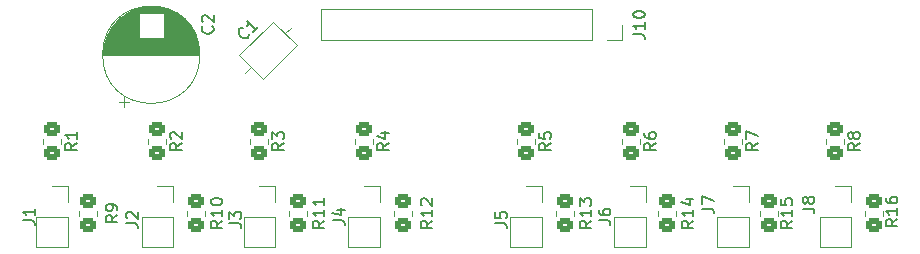
<source format=gbr>
%TF.GenerationSoftware,KiCad,Pcbnew,6.0.7-f9a2dced07~116~ubuntu20.04.1*%
%TF.CreationDate,2022-08-10T10:50:10-04:00*%
%TF.ProjectId,sensor_gnuiiium,73656e73-6f72-45f6-976e-75696969756d,rev?*%
%TF.SameCoordinates,Original*%
%TF.FileFunction,Legend,Top*%
%TF.FilePolarity,Positive*%
%FSLAX46Y46*%
G04 Gerber Fmt 4.6, Leading zero omitted, Abs format (unit mm)*
G04 Created by KiCad (PCBNEW 6.0.7-f9a2dced07~116~ubuntu20.04.1) date 2022-08-10 10:50:10*
%MOMM*%
%LPD*%
G01*
G04 APERTURE LIST*
G04 Aperture macros list*
%AMRoundRect*
0 Rectangle with rounded corners*
0 $1 Rounding radius*
0 $2 $3 $4 $5 $6 $7 $8 $9 X,Y pos of 4 corners*
0 Add a 4 corners polygon primitive as box body*
4,1,4,$2,$3,$4,$5,$6,$7,$8,$9,$2,$3,0*
0 Add four circle primitives for the rounded corners*
1,1,$1+$1,$2,$3*
1,1,$1+$1,$4,$5*
1,1,$1+$1,$6,$7*
1,1,$1+$1,$8,$9*
0 Add four rect primitives between the rounded corners*
20,1,$1+$1,$2,$3,$4,$5,0*
20,1,$1+$1,$4,$5,$6,$7,0*
20,1,$1+$1,$6,$7,$8,$9,0*
20,1,$1+$1,$8,$9,$2,$3,0*%
%AMHorizOval*
0 Thick line with rounded ends*
0 $1 width*
0 $2 $3 position (X,Y) of the first rounded end (center of the circle)*
0 $4 $5 position (X,Y) of the second rounded end (center of the circle)*
0 Add line between two ends*
20,1,$1,$2,$3,$4,$5,0*
0 Add two circle primitives to create the rounded ends*
1,1,$1,$2,$3*
1,1,$1,$4,$5*%
G04 Aperture macros list end*
%ADD10C,0.150000*%
%ADD11C,0.120000*%
%ADD12RoundRect,0.250000X0.450000X-0.350000X0.450000X0.350000X-0.450000X0.350000X-0.450000X-0.350000X0*%
%ADD13RoundRect,0.250000X-0.450000X0.350000X-0.450000X-0.350000X0.450000X-0.350000X0.450000X0.350000X0*%
%ADD14C,1.600000*%
%ADD15HorizOval,1.600000X0.000000X0.000000X0.000000X0.000000X0*%
%ADD16C,1.500000*%
%ADD17R,1.700000X1.700000*%
%ADD18O,1.700000X1.700000*%
%ADD19C,3.200000*%
%ADD20R,1.600000X1.600000*%
G04 APERTURE END LIST*
D10*
%TO.C,R16*%
X216606380Y-109964457D02*
X216130190Y-110297790D01*
X216606380Y-110535885D02*
X215606380Y-110535885D01*
X215606380Y-110154933D01*
X215654000Y-110059695D01*
X215701619Y-110012076D01*
X215796857Y-109964457D01*
X215939714Y-109964457D01*
X216034952Y-110012076D01*
X216082571Y-110059695D01*
X216130190Y-110154933D01*
X216130190Y-110535885D01*
X216606380Y-109012076D02*
X216606380Y-109583504D01*
X216606380Y-109297790D02*
X215606380Y-109297790D01*
X215749238Y-109393028D01*
X215844476Y-109488266D01*
X215892095Y-109583504D01*
X215606380Y-108154933D02*
X215606380Y-108345409D01*
X215654000Y-108440647D01*
X215701619Y-108488266D01*
X215844476Y-108583504D01*
X216034952Y-108631123D01*
X216415904Y-108631123D01*
X216511142Y-108583504D01*
X216558761Y-108535885D01*
X216606380Y-108440647D01*
X216606380Y-108250171D01*
X216558761Y-108154933D01*
X216511142Y-108107314D01*
X216415904Y-108059695D01*
X216177809Y-108059695D01*
X216082571Y-108107314D01*
X216034952Y-108154933D01*
X215987333Y-108250171D01*
X215987333Y-108440647D01*
X216034952Y-108535885D01*
X216082571Y-108583504D01*
X216177809Y-108631123D01*
%TO.C,R15*%
X207716380Y-110116857D02*
X207240190Y-110450190D01*
X207716380Y-110688285D02*
X206716380Y-110688285D01*
X206716380Y-110307333D01*
X206764000Y-110212095D01*
X206811619Y-110164476D01*
X206906857Y-110116857D01*
X207049714Y-110116857D01*
X207144952Y-110164476D01*
X207192571Y-110212095D01*
X207240190Y-110307333D01*
X207240190Y-110688285D01*
X207716380Y-109164476D02*
X207716380Y-109735904D01*
X207716380Y-109450190D02*
X206716380Y-109450190D01*
X206859238Y-109545428D01*
X206954476Y-109640666D01*
X207002095Y-109735904D01*
X206716380Y-108259714D02*
X206716380Y-108735904D01*
X207192571Y-108783523D01*
X207144952Y-108735904D01*
X207097333Y-108640666D01*
X207097333Y-108402571D01*
X207144952Y-108307333D01*
X207192571Y-108259714D01*
X207287809Y-108212095D01*
X207525904Y-108212095D01*
X207621142Y-108259714D01*
X207668761Y-108307333D01*
X207716380Y-108402571D01*
X207716380Y-108640666D01*
X207668761Y-108735904D01*
X207621142Y-108783523D01*
%TO.C,R14*%
X199334380Y-110116857D02*
X198858190Y-110450190D01*
X199334380Y-110688285D02*
X198334380Y-110688285D01*
X198334380Y-110307333D01*
X198382000Y-110212095D01*
X198429619Y-110164476D01*
X198524857Y-110116857D01*
X198667714Y-110116857D01*
X198762952Y-110164476D01*
X198810571Y-110212095D01*
X198858190Y-110307333D01*
X198858190Y-110688285D01*
X199334380Y-109164476D02*
X199334380Y-109735904D01*
X199334380Y-109450190D02*
X198334380Y-109450190D01*
X198477238Y-109545428D01*
X198572476Y-109640666D01*
X198620095Y-109735904D01*
X198667714Y-108307333D02*
X199334380Y-108307333D01*
X198286761Y-108545428D02*
X199001047Y-108783523D01*
X199001047Y-108164476D01*
%TO.C,R13*%
X190698380Y-110116857D02*
X190222190Y-110450190D01*
X190698380Y-110688285D02*
X189698380Y-110688285D01*
X189698380Y-110307333D01*
X189746000Y-110212095D01*
X189793619Y-110164476D01*
X189888857Y-110116857D01*
X190031714Y-110116857D01*
X190126952Y-110164476D01*
X190174571Y-110212095D01*
X190222190Y-110307333D01*
X190222190Y-110688285D01*
X190698380Y-109164476D02*
X190698380Y-109735904D01*
X190698380Y-109450190D02*
X189698380Y-109450190D01*
X189841238Y-109545428D01*
X189936476Y-109640666D01*
X189984095Y-109735904D01*
X189698380Y-108831142D02*
X189698380Y-108212095D01*
X190079333Y-108545428D01*
X190079333Y-108402571D01*
X190126952Y-108307333D01*
X190174571Y-108259714D01*
X190269809Y-108212095D01*
X190507904Y-108212095D01*
X190603142Y-108259714D01*
X190650761Y-108307333D01*
X190698380Y-108402571D01*
X190698380Y-108688285D01*
X190650761Y-108783523D01*
X190603142Y-108831142D01*
%TO.C,R12*%
X177236380Y-110116857D02*
X176760190Y-110450190D01*
X177236380Y-110688285D02*
X176236380Y-110688285D01*
X176236380Y-110307333D01*
X176284000Y-110212095D01*
X176331619Y-110164476D01*
X176426857Y-110116857D01*
X176569714Y-110116857D01*
X176664952Y-110164476D01*
X176712571Y-110212095D01*
X176760190Y-110307333D01*
X176760190Y-110688285D01*
X177236380Y-109164476D02*
X177236380Y-109735904D01*
X177236380Y-109450190D02*
X176236380Y-109450190D01*
X176379238Y-109545428D01*
X176474476Y-109640666D01*
X176522095Y-109735904D01*
X176331619Y-108783523D02*
X176284000Y-108735904D01*
X176236380Y-108640666D01*
X176236380Y-108402571D01*
X176284000Y-108307333D01*
X176331619Y-108259714D01*
X176426857Y-108212095D01*
X176522095Y-108212095D01*
X176664952Y-108259714D01*
X177236380Y-108831142D01*
X177236380Y-108212095D01*
%TO.C,R11*%
X168092380Y-110116857D02*
X167616190Y-110450190D01*
X168092380Y-110688285D02*
X167092380Y-110688285D01*
X167092380Y-110307333D01*
X167140000Y-110212095D01*
X167187619Y-110164476D01*
X167282857Y-110116857D01*
X167425714Y-110116857D01*
X167520952Y-110164476D01*
X167568571Y-110212095D01*
X167616190Y-110307333D01*
X167616190Y-110688285D01*
X168092380Y-109164476D02*
X168092380Y-109735904D01*
X168092380Y-109450190D02*
X167092380Y-109450190D01*
X167235238Y-109545428D01*
X167330476Y-109640666D01*
X167378095Y-109735904D01*
X168092380Y-108212095D02*
X168092380Y-108783523D01*
X168092380Y-108497809D02*
X167092380Y-108497809D01*
X167235238Y-108593047D01*
X167330476Y-108688285D01*
X167378095Y-108783523D01*
%TO.C,R10*%
X159456380Y-110116857D02*
X158980190Y-110450190D01*
X159456380Y-110688285D02*
X158456380Y-110688285D01*
X158456380Y-110307333D01*
X158504000Y-110212095D01*
X158551619Y-110164476D01*
X158646857Y-110116857D01*
X158789714Y-110116857D01*
X158884952Y-110164476D01*
X158932571Y-110212095D01*
X158980190Y-110307333D01*
X158980190Y-110688285D01*
X159456380Y-109164476D02*
X159456380Y-109735904D01*
X159456380Y-109450190D02*
X158456380Y-109450190D01*
X158599238Y-109545428D01*
X158694476Y-109640666D01*
X158742095Y-109735904D01*
X158456380Y-108545428D02*
X158456380Y-108450190D01*
X158504000Y-108354952D01*
X158551619Y-108307333D01*
X158646857Y-108259714D01*
X158837333Y-108212095D01*
X159075428Y-108212095D01*
X159265904Y-108259714D01*
X159361142Y-108307333D01*
X159408761Y-108354952D01*
X159456380Y-108450190D01*
X159456380Y-108545428D01*
X159408761Y-108640666D01*
X159361142Y-108688285D01*
X159265904Y-108735904D01*
X159075428Y-108783523D01*
X158837333Y-108783523D01*
X158646857Y-108735904D01*
X158551619Y-108688285D01*
X158504000Y-108640666D01*
X158456380Y-108545428D01*
%TO.C,R9*%
X150566380Y-109640666D02*
X150090190Y-109974000D01*
X150566380Y-110212095D02*
X149566380Y-110212095D01*
X149566380Y-109831142D01*
X149614000Y-109735904D01*
X149661619Y-109688285D01*
X149756857Y-109640666D01*
X149899714Y-109640666D01*
X149994952Y-109688285D01*
X150042571Y-109735904D01*
X150090190Y-109831142D01*
X150090190Y-110212095D01*
X150566380Y-109164476D02*
X150566380Y-108974000D01*
X150518761Y-108878761D01*
X150471142Y-108831142D01*
X150328285Y-108735904D01*
X150137809Y-108688285D01*
X149756857Y-108688285D01*
X149661619Y-108735904D01*
X149614000Y-108783523D01*
X149566380Y-108878761D01*
X149566380Y-109069238D01*
X149614000Y-109164476D01*
X149661619Y-109212095D01*
X149756857Y-109259714D01*
X149994952Y-109259714D01*
X150090190Y-109212095D01*
X150137809Y-109164476D01*
X150185428Y-109069238D01*
X150185428Y-108878761D01*
X150137809Y-108783523D01*
X150090190Y-108735904D01*
X149994952Y-108688285D01*
%TO.C,R8*%
X213430380Y-103544666D02*
X212954190Y-103878000D01*
X213430380Y-104116095D02*
X212430380Y-104116095D01*
X212430380Y-103735142D01*
X212478000Y-103639904D01*
X212525619Y-103592285D01*
X212620857Y-103544666D01*
X212763714Y-103544666D01*
X212858952Y-103592285D01*
X212906571Y-103639904D01*
X212954190Y-103735142D01*
X212954190Y-104116095D01*
X212858952Y-102973238D02*
X212811333Y-103068476D01*
X212763714Y-103116095D01*
X212668476Y-103163714D01*
X212620857Y-103163714D01*
X212525619Y-103116095D01*
X212478000Y-103068476D01*
X212430380Y-102973238D01*
X212430380Y-102782761D01*
X212478000Y-102687523D01*
X212525619Y-102639904D01*
X212620857Y-102592285D01*
X212668476Y-102592285D01*
X212763714Y-102639904D01*
X212811333Y-102687523D01*
X212858952Y-102782761D01*
X212858952Y-102973238D01*
X212906571Y-103068476D01*
X212954190Y-103116095D01*
X213049428Y-103163714D01*
X213239904Y-103163714D01*
X213335142Y-103116095D01*
X213382761Y-103068476D01*
X213430380Y-102973238D01*
X213430380Y-102782761D01*
X213382761Y-102687523D01*
X213335142Y-102639904D01*
X213239904Y-102592285D01*
X213049428Y-102592285D01*
X212954190Y-102639904D01*
X212906571Y-102687523D01*
X212858952Y-102782761D01*
%TO.C,R7*%
X204794380Y-103544666D02*
X204318190Y-103878000D01*
X204794380Y-104116095D02*
X203794380Y-104116095D01*
X203794380Y-103735142D01*
X203842000Y-103639904D01*
X203889619Y-103592285D01*
X203984857Y-103544666D01*
X204127714Y-103544666D01*
X204222952Y-103592285D01*
X204270571Y-103639904D01*
X204318190Y-103735142D01*
X204318190Y-104116095D01*
X203794380Y-103211333D02*
X203794380Y-102544666D01*
X204794380Y-102973238D01*
%TO.C,R6*%
X196158380Y-103544666D02*
X195682190Y-103878000D01*
X196158380Y-104116095D02*
X195158380Y-104116095D01*
X195158380Y-103735142D01*
X195206000Y-103639904D01*
X195253619Y-103592285D01*
X195348857Y-103544666D01*
X195491714Y-103544666D01*
X195586952Y-103592285D01*
X195634571Y-103639904D01*
X195682190Y-103735142D01*
X195682190Y-104116095D01*
X195158380Y-102687523D02*
X195158380Y-102878000D01*
X195206000Y-102973238D01*
X195253619Y-103020857D01*
X195396476Y-103116095D01*
X195586952Y-103163714D01*
X195967904Y-103163714D01*
X196063142Y-103116095D01*
X196110761Y-103068476D01*
X196158380Y-102973238D01*
X196158380Y-102782761D01*
X196110761Y-102687523D01*
X196063142Y-102639904D01*
X195967904Y-102592285D01*
X195729809Y-102592285D01*
X195634571Y-102639904D01*
X195586952Y-102687523D01*
X195539333Y-102782761D01*
X195539333Y-102973238D01*
X195586952Y-103068476D01*
X195634571Y-103116095D01*
X195729809Y-103163714D01*
%TO.C,R5*%
X187268380Y-103544666D02*
X186792190Y-103878000D01*
X187268380Y-104116095D02*
X186268380Y-104116095D01*
X186268380Y-103735142D01*
X186316000Y-103639904D01*
X186363619Y-103592285D01*
X186458857Y-103544666D01*
X186601714Y-103544666D01*
X186696952Y-103592285D01*
X186744571Y-103639904D01*
X186792190Y-103735142D01*
X186792190Y-104116095D01*
X186268380Y-102639904D02*
X186268380Y-103116095D01*
X186744571Y-103163714D01*
X186696952Y-103116095D01*
X186649333Y-103020857D01*
X186649333Y-102782761D01*
X186696952Y-102687523D01*
X186744571Y-102639904D01*
X186839809Y-102592285D01*
X187077904Y-102592285D01*
X187173142Y-102639904D01*
X187220761Y-102687523D01*
X187268380Y-102782761D01*
X187268380Y-103020857D01*
X187220761Y-103116095D01*
X187173142Y-103163714D01*
%TO.C,R4*%
X173552380Y-103544666D02*
X173076190Y-103878000D01*
X173552380Y-104116095D02*
X172552380Y-104116095D01*
X172552380Y-103735142D01*
X172600000Y-103639904D01*
X172647619Y-103592285D01*
X172742857Y-103544666D01*
X172885714Y-103544666D01*
X172980952Y-103592285D01*
X173028571Y-103639904D01*
X173076190Y-103735142D01*
X173076190Y-104116095D01*
X172885714Y-102687523D02*
X173552380Y-102687523D01*
X172504761Y-102925619D02*
X173219047Y-103163714D01*
X173219047Y-102544666D01*
%TO.C,R3*%
X164662380Y-103544666D02*
X164186190Y-103878000D01*
X164662380Y-104116095D02*
X163662380Y-104116095D01*
X163662380Y-103735142D01*
X163710000Y-103639904D01*
X163757619Y-103592285D01*
X163852857Y-103544666D01*
X163995714Y-103544666D01*
X164090952Y-103592285D01*
X164138571Y-103639904D01*
X164186190Y-103735142D01*
X164186190Y-104116095D01*
X163662380Y-103211333D02*
X163662380Y-102592285D01*
X164043333Y-102925619D01*
X164043333Y-102782761D01*
X164090952Y-102687523D01*
X164138571Y-102639904D01*
X164233809Y-102592285D01*
X164471904Y-102592285D01*
X164567142Y-102639904D01*
X164614761Y-102687523D01*
X164662380Y-102782761D01*
X164662380Y-103068476D01*
X164614761Y-103163714D01*
X164567142Y-103211333D01*
%TO.C,R2*%
X156026380Y-103544666D02*
X155550190Y-103878000D01*
X156026380Y-104116095D02*
X155026380Y-104116095D01*
X155026380Y-103735142D01*
X155074000Y-103639904D01*
X155121619Y-103592285D01*
X155216857Y-103544666D01*
X155359714Y-103544666D01*
X155454952Y-103592285D01*
X155502571Y-103639904D01*
X155550190Y-103735142D01*
X155550190Y-104116095D01*
X155121619Y-103163714D02*
X155074000Y-103116095D01*
X155026380Y-103020857D01*
X155026380Y-102782761D01*
X155074000Y-102687523D01*
X155121619Y-102639904D01*
X155216857Y-102592285D01*
X155312095Y-102592285D01*
X155454952Y-102639904D01*
X156026380Y-103211333D01*
X156026380Y-102592285D01*
%TO.C,R1*%
X147136380Y-103544666D02*
X146660190Y-103878000D01*
X147136380Y-104116095D02*
X146136380Y-104116095D01*
X146136380Y-103735142D01*
X146184000Y-103639904D01*
X146231619Y-103592285D01*
X146326857Y-103544666D01*
X146469714Y-103544666D01*
X146564952Y-103592285D01*
X146612571Y-103639904D01*
X146660190Y-103735142D01*
X146660190Y-104116095D01*
X147136380Y-102592285D02*
X147136380Y-103163714D01*
X147136380Y-102878000D02*
X146136380Y-102878000D01*
X146279238Y-102973238D01*
X146374476Y-103068476D01*
X146422095Y-103163714D01*
%TO.C,C1*%
X161725139Y-94332540D02*
X161725139Y-94399883D01*
X161657795Y-94534570D01*
X161590452Y-94601914D01*
X161455764Y-94669257D01*
X161321077Y-94669257D01*
X161220062Y-94635586D01*
X161051703Y-94534570D01*
X160950688Y-94433555D01*
X160849673Y-94265196D01*
X160816001Y-94164181D01*
X160816001Y-94029494D01*
X160883345Y-93894807D01*
X160950688Y-93827463D01*
X161085375Y-93760120D01*
X161152719Y-93760120D01*
X162465917Y-93726448D02*
X162061856Y-94130509D01*
X162263887Y-93928479D02*
X161556780Y-93221372D01*
X161590452Y-93389731D01*
X161590452Y-93524418D01*
X161556780Y-93625433D01*
%TO.C,J5*%
X182551780Y-110333333D02*
X183266066Y-110333333D01*
X183408923Y-110380952D01*
X183504161Y-110476190D01*
X183551780Y-110619047D01*
X183551780Y-110714285D01*
X182551780Y-109380952D02*
X182551780Y-109857142D01*
X183027971Y-109904761D01*
X182980352Y-109857142D01*
X182932733Y-109761904D01*
X182932733Y-109523809D01*
X182980352Y-109428571D01*
X183027971Y-109380952D01*
X183123209Y-109333333D01*
X183361304Y-109333333D01*
X183456542Y-109380952D01*
X183504161Y-109428571D01*
X183551780Y-109523809D01*
X183551780Y-109761904D01*
X183504161Y-109857142D01*
X183456542Y-109904761D01*
%TO.C,J4*%
X168801780Y-110081333D02*
X169516066Y-110081333D01*
X169658923Y-110128952D01*
X169754161Y-110224190D01*
X169801780Y-110367047D01*
X169801780Y-110462285D01*
X169135114Y-109176571D02*
X169801780Y-109176571D01*
X168754161Y-109414666D02*
X169468447Y-109652761D01*
X169468447Y-109033714D01*
%TO.C,J1*%
X142551780Y-110081333D02*
X143266066Y-110081333D01*
X143408923Y-110128952D01*
X143504161Y-110224190D01*
X143551780Y-110367047D01*
X143551780Y-110462285D01*
X143551780Y-109081333D02*
X143551780Y-109652761D01*
X143551780Y-109367047D02*
X142551780Y-109367047D01*
X142694638Y-109462285D01*
X142789876Y-109557523D01*
X142837495Y-109652761D01*
%TO.C,J10*%
X194216380Y-94306523D02*
X194930666Y-94306523D01*
X195073523Y-94354142D01*
X195168761Y-94449380D01*
X195216380Y-94592238D01*
X195216380Y-94687476D01*
X195216380Y-93306523D02*
X195216380Y-93877952D01*
X195216380Y-93592238D02*
X194216380Y-93592238D01*
X194359238Y-93687476D01*
X194454476Y-93782714D01*
X194502095Y-93877952D01*
X194216380Y-92687476D02*
X194216380Y-92592238D01*
X194264000Y-92497000D01*
X194311619Y-92449380D01*
X194406857Y-92401761D01*
X194597333Y-92354142D01*
X194835428Y-92354142D01*
X195025904Y-92401761D01*
X195121142Y-92449380D01*
X195168761Y-92497000D01*
X195216380Y-92592238D01*
X195216380Y-92687476D01*
X195168761Y-92782714D01*
X195121142Y-92830333D01*
X195025904Y-92877952D01*
X194835428Y-92925571D01*
X194597333Y-92925571D01*
X194406857Y-92877952D01*
X194311619Y-92830333D01*
X194264000Y-92782714D01*
X194216380Y-92687476D01*
%TO.C,C2*%
X158607142Y-93641666D02*
X158654761Y-93689285D01*
X158702380Y-93832142D01*
X158702380Y-93927380D01*
X158654761Y-94070238D01*
X158559523Y-94165476D01*
X158464285Y-94213095D01*
X158273809Y-94260714D01*
X158130952Y-94260714D01*
X157940476Y-94213095D01*
X157845238Y-94165476D01*
X157750000Y-94070238D01*
X157702380Y-93927380D01*
X157702380Y-93832142D01*
X157750000Y-93689285D01*
X157797619Y-93641666D01*
X157797619Y-93260714D02*
X157750000Y-93213095D01*
X157702380Y-93117857D01*
X157702380Y-92879761D01*
X157750000Y-92784523D01*
X157797619Y-92736904D01*
X157892857Y-92689285D01*
X157988095Y-92689285D01*
X158130952Y-92736904D01*
X158702380Y-93308333D01*
X158702380Y-92689285D01*
%TO.C,J7*%
X200051780Y-109083333D02*
X200766066Y-109083333D01*
X200908923Y-109130952D01*
X201004161Y-109226190D01*
X201051780Y-109369047D01*
X201051780Y-109464285D01*
X200051780Y-108702380D02*
X200051780Y-108035714D01*
X201051780Y-108464285D01*
%TO.C,J8*%
X208567780Y-109083333D02*
X209282066Y-109083333D01*
X209424923Y-109130952D01*
X209520161Y-109226190D01*
X209567780Y-109369047D01*
X209567780Y-109464285D01*
X208996352Y-108464285D02*
X208948733Y-108559523D01*
X208901114Y-108607142D01*
X208805876Y-108654761D01*
X208758257Y-108654761D01*
X208663019Y-108607142D01*
X208615400Y-108559523D01*
X208567780Y-108464285D01*
X208567780Y-108273809D01*
X208615400Y-108178571D01*
X208663019Y-108130952D01*
X208758257Y-108083333D01*
X208805876Y-108083333D01*
X208901114Y-108130952D01*
X208948733Y-108178571D01*
X208996352Y-108273809D01*
X208996352Y-108464285D01*
X209043971Y-108559523D01*
X209091590Y-108607142D01*
X209186828Y-108654761D01*
X209377304Y-108654761D01*
X209472542Y-108607142D01*
X209520161Y-108559523D01*
X209567780Y-108464285D01*
X209567780Y-108273809D01*
X209520161Y-108178571D01*
X209472542Y-108130952D01*
X209377304Y-108083333D01*
X209186828Y-108083333D01*
X209091590Y-108130952D01*
X209043971Y-108178571D01*
X208996352Y-108273809D01*
%TO.C,J6*%
X191301780Y-110081333D02*
X192016066Y-110081333D01*
X192158923Y-110128952D01*
X192254161Y-110224190D01*
X192301780Y-110367047D01*
X192301780Y-110462285D01*
X191301780Y-109176571D02*
X191301780Y-109367047D01*
X191349400Y-109462285D01*
X191397019Y-109509904D01*
X191539876Y-109605142D01*
X191730352Y-109652761D01*
X192111304Y-109652761D01*
X192206542Y-109605142D01*
X192254161Y-109557523D01*
X192301780Y-109462285D01*
X192301780Y-109271809D01*
X192254161Y-109176571D01*
X192206542Y-109128952D01*
X192111304Y-109081333D01*
X191873209Y-109081333D01*
X191777971Y-109128952D01*
X191730352Y-109176571D01*
X191682733Y-109271809D01*
X191682733Y-109462285D01*
X191730352Y-109557523D01*
X191777971Y-109605142D01*
X191873209Y-109652761D01*
%TO.C,J2*%
X151301780Y-110333333D02*
X152016066Y-110333333D01*
X152158923Y-110380952D01*
X152254161Y-110476190D01*
X152301780Y-110619047D01*
X152301780Y-110714285D01*
X151397019Y-109904761D02*
X151349400Y-109857142D01*
X151301780Y-109761904D01*
X151301780Y-109523809D01*
X151349400Y-109428571D01*
X151397019Y-109380952D01*
X151492257Y-109333333D01*
X151587495Y-109333333D01*
X151730352Y-109380952D01*
X152301780Y-109952380D01*
X152301780Y-109333333D01*
%TO.C,J3*%
X160051780Y-110333333D02*
X160766066Y-110333333D01*
X160908923Y-110380952D01*
X161004161Y-110476190D01*
X161051780Y-110619047D01*
X161051780Y-110714285D01*
X160051780Y-109952380D02*
X160051780Y-109333333D01*
X160432733Y-109666666D01*
X160432733Y-109523809D01*
X160480352Y-109428571D01*
X160527971Y-109380952D01*
X160623209Y-109333333D01*
X160861304Y-109333333D01*
X160956542Y-109380952D01*
X161004161Y-109428571D01*
X161051780Y-109523809D01*
X161051780Y-109809523D01*
X161004161Y-109904761D01*
X160956542Y-109952380D01*
D11*
%TO.C,R16*%
X213895000Y-109701064D02*
X213895000Y-109246936D01*
X215365000Y-109701064D02*
X215365000Y-109246936D01*
%TO.C,R15*%
X206475000Y-109701064D02*
X206475000Y-109246936D01*
X205005000Y-109701064D02*
X205005000Y-109246936D01*
%TO.C,R14*%
X196369000Y-109701064D02*
X196369000Y-109246936D01*
X197839000Y-109701064D02*
X197839000Y-109246936D01*
%TO.C,R13*%
X187733000Y-109701064D02*
X187733000Y-109246936D01*
X189203000Y-109701064D02*
X189203000Y-109246936D01*
%TO.C,R12*%
X174017000Y-109701064D02*
X174017000Y-109246936D01*
X175487000Y-109701064D02*
X175487000Y-109246936D01*
%TO.C,R11*%
X165127000Y-109701064D02*
X165127000Y-109246936D01*
X166597000Y-109701064D02*
X166597000Y-109246936D01*
%TO.C,R10*%
X157961000Y-109701064D02*
X157961000Y-109246936D01*
X156491000Y-109701064D02*
X156491000Y-109246936D01*
%TO.C,R9*%
X147347000Y-109701064D02*
X147347000Y-109246936D01*
X148817000Y-109701064D02*
X148817000Y-109246936D01*
%TO.C,R8*%
X210593000Y-103150936D02*
X210593000Y-103605064D01*
X212063000Y-103150936D02*
X212063000Y-103605064D01*
%TO.C,R7*%
X203427000Y-103150936D02*
X203427000Y-103605064D01*
X201957000Y-103150936D02*
X201957000Y-103605064D01*
%TO.C,R6*%
X194791000Y-103150936D02*
X194791000Y-103605064D01*
X193321000Y-103150936D02*
X193321000Y-103605064D01*
%TO.C,R5*%
X185901000Y-103150936D02*
X185901000Y-103605064D01*
X184431000Y-103150936D02*
X184431000Y-103605064D01*
%TO.C,R4*%
X172185000Y-103150936D02*
X172185000Y-103605064D01*
X170715000Y-103150936D02*
X170715000Y-103605064D01*
%TO.C,R3*%
X163295000Y-103150936D02*
X163295000Y-103605064D01*
X161825000Y-103150936D02*
X161825000Y-103605064D01*
%TO.C,R2*%
X154659000Y-103150936D02*
X154659000Y-103605064D01*
X153189000Y-103150936D02*
X153189000Y-103605064D01*
%TO.C,R1*%
X145769000Y-103150936D02*
X145769000Y-103605064D01*
X144299000Y-103150936D02*
X144299000Y-103605064D01*
%TO.C,C1*%
X165734098Y-95249086D02*
X163725914Y-93240902D01*
X165217910Y-93757090D02*
X164730006Y-94244994D01*
X163725914Y-93240902D02*
X160869203Y-96097614D01*
X160869203Y-96097614D02*
X162877386Y-98105797D01*
X161385391Y-97589609D02*
X161873295Y-97101705D01*
X162877386Y-98105797D02*
X165734098Y-95249086D01*
%TO.C,J5*%
X183836000Y-109748000D02*
X183836000Y-112348000D01*
X186496000Y-107148000D02*
X186496000Y-108478000D01*
X186496000Y-109748000D02*
X186496000Y-112348000D01*
X183836000Y-109748000D02*
X186496000Y-109748000D01*
X183836000Y-112348000D02*
X186496000Y-112348000D01*
X185166000Y-107148000D02*
X186496000Y-107148000D01*
%TO.C,J4*%
X170120000Y-112348000D02*
X172780000Y-112348000D01*
X172780000Y-109748000D02*
X172780000Y-112348000D01*
X170120000Y-109748000D02*
X170120000Y-112348000D01*
X171450000Y-107148000D02*
X172780000Y-107148000D01*
X172780000Y-107148000D02*
X172780000Y-108478000D01*
X170120000Y-109748000D02*
X172780000Y-109748000D01*
%TO.C,J1*%
X143704000Y-112348000D02*
X146364000Y-112348000D01*
X143704000Y-109748000D02*
X146364000Y-109748000D01*
X143704000Y-109748000D02*
X143704000Y-112348000D01*
X146364000Y-109748000D02*
X146364000Y-112348000D01*
X146364000Y-107148000D02*
X146364000Y-108478000D01*
X145034000Y-107148000D02*
X146364000Y-107148000D01*
%TO.C,J10*%
X167804000Y-92167000D02*
X167804000Y-94827000D01*
X190724000Y-92167000D02*
X190724000Y-94827000D01*
X193324000Y-94827000D02*
X191994000Y-94827000D01*
X193324000Y-93497000D02*
X193324000Y-94827000D01*
X190724000Y-94827000D02*
X167804000Y-94827000D01*
X190724000Y-92167000D02*
X167804000Y-92167000D01*
%TO.C,C2*%
X152196000Y-92131651D02*
X154654000Y-92131651D01*
X149739000Y-94291651D02*
X152385000Y-94291651D01*
X151197000Y-92611651D02*
X152385000Y-92611651D01*
X152657000Y-92011651D02*
X154193000Y-92011651D01*
X150641000Y-93051651D02*
X152385000Y-93051651D01*
X149360000Y-95692651D02*
X157490000Y-95692651D01*
X150301000Y-93411651D02*
X152385000Y-93411651D01*
X149863000Y-94051651D02*
X152385000Y-94051651D01*
X150442000Y-93251651D02*
X152385000Y-93251651D01*
X154465000Y-92971651D02*
X156122000Y-92971651D01*
X150821000Y-92891651D02*
X152385000Y-92891651D01*
X150728000Y-92971651D02*
X152385000Y-92971651D01*
X149373000Y-95572651D02*
X157477000Y-95572651D01*
X150205000Y-93531651D02*
X152385000Y-93531651D01*
X149548000Y-94771651D02*
X157302000Y-94771651D01*
X149468000Y-95051651D02*
X157382000Y-95051651D01*
X154465000Y-93171651D02*
X156332000Y-93171651D01*
X154465000Y-94491651D02*
X157199000Y-94491651D01*
X149685000Y-94411651D02*
X152385000Y-94411651D01*
X151461000Y-92451651D02*
X155389000Y-92451651D01*
X149778000Y-94211651D02*
X152385000Y-94211651D01*
X150335000Y-93371651D02*
X152385000Y-93371651D01*
X149395000Y-95412651D02*
X157455000Y-95412651D01*
X154465000Y-93411651D02*
X156549000Y-93411651D01*
X149440000Y-95171651D02*
X157410000Y-95171651D01*
X150920000Y-92811651D02*
X152385000Y-92811651D01*
X149620000Y-94571651D02*
X152385000Y-94571651D01*
X149357000Y-95732651D02*
X157493000Y-95732651D01*
X154465000Y-94251651D02*
X157091000Y-94251651D01*
X154465000Y-92931651D02*
X156076000Y-92931651D01*
X154465000Y-93731651D02*
X156790000Y-93731651D01*
X154465000Y-92611651D02*
X155653000Y-92611651D01*
X150971000Y-92771651D02*
X152385000Y-92771651D01*
X149721000Y-94331651D02*
X152385000Y-94331651D01*
X150370000Y-93331651D02*
X152385000Y-93331651D01*
X154465000Y-93091651D02*
X156251000Y-93091651D01*
X149408000Y-95331651D02*
X157442000Y-95331651D01*
X149368000Y-95612651D02*
X157482000Y-95612651D01*
X154465000Y-93531651D02*
X156645000Y-93531651D01*
X150269000Y-93451651D02*
X152385000Y-93451651D01*
X154465000Y-92851651D02*
X155981000Y-92851651D01*
X154465000Y-94051651D02*
X156987000Y-94051651D01*
X154465000Y-93251651D02*
X156408000Y-93251651D01*
X149981000Y-93851651D02*
X152385000Y-93851651D01*
X149819000Y-94131651D02*
X152385000Y-94131651D01*
X154465000Y-93131651D02*
X156292000Y-93131651D01*
X151391000Y-92491651D02*
X155459000Y-92491651D01*
X154465000Y-94451651D02*
X157182000Y-94451651D01*
X154465000Y-93011651D02*
X156166000Y-93011651D01*
X149885000Y-94011651D02*
X152385000Y-94011651D01*
X149500000Y-94931651D02*
X157350000Y-94931651D01*
X149489000Y-94971651D02*
X157361000Y-94971651D01*
X149401000Y-95372651D02*
X157449000Y-95372651D01*
X149383000Y-95492651D02*
X157467000Y-95492651D01*
X154465000Y-93851651D02*
X156869000Y-93851651D01*
X149668000Y-94451651D02*
X152385000Y-94451651D01*
X154465000Y-93971651D02*
X156942000Y-93971651D01*
X149388000Y-95452651D02*
X157462000Y-95452651D01*
X154465000Y-93811651D02*
X156843000Y-93811651D01*
X150236000Y-93491651D02*
X152385000Y-93491651D01*
X154465000Y-94291651D02*
X157111000Y-94291651D01*
X150558000Y-93131651D02*
X152385000Y-93131651D01*
X149635000Y-94531651D02*
X152385000Y-94531651D01*
X150087000Y-93691651D02*
X152385000Y-93691651D01*
X149449000Y-95131651D02*
X157401000Y-95131651D01*
X151110000Y-100462349D02*
X151110000Y-99662349D01*
X151323000Y-92531651D02*
X152385000Y-92531651D01*
X151259000Y-92571651D02*
X152385000Y-92571651D01*
X150518000Y-93171651D02*
X152385000Y-93171651D01*
X152892000Y-91971651D02*
X153958000Y-91971651D01*
X154465000Y-92731651D02*
X155825000Y-92731651D01*
X154465000Y-92811651D02*
X155930000Y-92811651D01*
X151080000Y-92691651D02*
X152385000Y-92691651D01*
X154465000Y-94131651D02*
X157031000Y-94131651D01*
X149759000Y-94251651D02*
X152385000Y-94251651D01*
X154465000Y-93211651D02*
X156370000Y-93211651D01*
X151138000Y-92651651D02*
X152385000Y-92651651D01*
X150684000Y-93011651D02*
X152385000Y-93011651D01*
X154465000Y-93651651D02*
X156734000Y-93651651D01*
X149956000Y-93891651D02*
X152385000Y-93891651D01*
X149345000Y-96012651D02*
X157505000Y-96012651D01*
X149345000Y-95972651D02*
X157505000Y-95972651D01*
X149908000Y-93971651D02*
X152385000Y-93971651D01*
X151780000Y-92291651D02*
X155070000Y-92291651D01*
X150175000Y-93571651D02*
X152385000Y-93571651D01*
X154465000Y-94091651D02*
X157009000Y-94091651D01*
X152079000Y-92171651D02*
X154771000Y-92171651D01*
X154465000Y-93571651D02*
X156675000Y-93571651D01*
X149562000Y-94731651D02*
X157288000Y-94731651D01*
X150599000Y-93091651D02*
X152385000Y-93091651D01*
X149798000Y-94171651D02*
X152385000Y-94171651D01*
X150480000Y-93211651D02*
X152385000Y-93211651D01*
X150116000Y-93651651D02*
X152385000Y-93651651D01*
X150145000Y-93611651D02*
X152385000Y-93611651D01*
X154465000Y-93331651D02*
X156480000Y-93331651D01*
X154465000Y-92571651D02*
X155591000Y-92571651D01*
X150007000Y-93811651D02*
X152385000Y-93811651D01*
X150710000Y-100062349D02*
X151510000Y-100062349D01*
X154465000Y-94531651D02*
X157215000Y-94531651D01*
X149346000Y-95932651D02*
X157504000Y-95932651D01*
X151873000Y-92251651D02*
X154977000Y-92251651D01*
X151972000Y-92211651D02*
X154878000Y-92211651D01*
X149575000Y-94691651D02*
X157275000Y-94691651D01*
X152477000Y-92051651D02*
X154373000Y-92051651D01*
X154465000Y-93371651D02*
X156515000Y-93371651D01*
X149523000Y-94851651D02*
X157327000Y-94851651D01*
X154465000Y-93891651D02*
X156894000Y-93891651D01*
X149364000Y-95652651D02*
X157486000Y-95652651D01*
X149354000Y-95772651D02*
X157496000Y-95772651D01*
X154465000Y-94331651D02*
X157129000Y-94331651D01*
X154465000Y-93451651D02*
X156581000Y-93451651D01*
X149377000Y-95532651D02*
X157473000Y-95532651D01*
X154465000Y-93611651D02*
X156705000Y-93611651D01*
X149348000Y-95892651D02*
X157502000Y-95892651D01*
X149349000Y-95852651D02*
X157501000Y-95852651D01*
X149841000Y-94091651D02*
X152385000Y-94091651D01*
X150774000Y-92931651D02*
X152385000Y-92931651D01*
X154465000Y-93931651D02*
X156918000Y-93931651D01*
X149423000Y-95251651D02*
X157427000Y-95251651D01*
X154465000Y-93771651D02*
X156817000Y-93771651D01*
X149345000Y-96052651D02*
X157505000Y-96052651D01*
X154465000Y-94411651D02*
X157165000Y-94411651D01*
X149651000Y-94491651D02*
X152385000Y-94491651D01*
X150060000Y-93731651D02*
X152385000Y-93731651D01*
X154465000Y-94571651D02*
X157230000Y-94571651D01*
X149431000Y-95211651D02*
X157419000Y-95211651D01*
X149932000Y-93931651D02*
X152385000Y-93931651D01*
X154465000Y-92891651D02*
X156029000Y-92891651D01*
X154465000Y-94011651D02*
X156965000Y-94011651D01*
X154465000Y-94171651D02*
X157052000Y-94171651D01*
X154465000Y-93291651D02*
X156444000Y-93291651D01*
X150869000Y-92851651D02*
X152385000Y-92851651D01*
X150406000Y-93291651D02*
X152385000Y-93291651D01*
X150033000Y-93771651D02*
X152385000Y-93771651D01*
X152327000Y-92091651D02*
X154523000Y-92091651D01*
X149590000Y-94651651D02*
X157260000Y-94651651D01*
X154465000Y-93491651D02*
X156614000Y-93491651D01*
X151612000Y-92371651D02*
X155238000Y-92371651D01*
X149703000Y-94371651D02*
X152385000Y-94371651D01*
X154465000Y-94211651D02*
X157072000Y-94211651D01*
X149536000Y-94811651D02*
X157314000Y-94811651D01*
X149351000Y-95812651D02*
X157499000Y-95812651D01*
X149415000Y-95291651D02*
X157435000Y-95291651D01*
X151025000Y-92731651D02*
X152385000Y-92731651D01*
X151694000Y-92331651D02*
X155156000Y-92331651D01*
X154465000Y-94371651D02*
X157147000Y-94371651D01*
X151535000Y-92411651D02*
X155315000Y-92411651D01*
X149458000Y-95091651D02*
X157392000Y-95091651D01*
X149478000Y-95011651D02*
X157372000Y-95011651D01*
X154465000Y-93051651D02*
X156209000Y-93051651D01*
X149511000Y-94891651D02*
X157339000Y-94891651D01*
X154465000Y-92651651D02*
X155712000Y-92651651D01*
X154465000Y-93691651D02*
X156763000Y-93691651D01*
X154465000Y-92771651D02*
X155879000Y-92771651D01*
X154465000Y-92691651D02*
X155770000Y-92691651D01*
X149604000Y-94611651D02*
X157246000Y-94611651D01*
X154465000Y-92531651D02*
X155527000Y-92531651D01*
X157545000Y-96052651D02*
G75*
G03*
X157545000Y-96052651I-4120000J0D01*
G01*
%TO.C,J7*%
X204022000Y-107148000D02*
X204022000Y-108478000D01*
X202692000Y-107148000D02*
X204022000Y-107148000D01*
X201362000Y-109748000D02*
X204022000Y-109748000D01*
X201362000Y-109748000D02*
X201362000Y-112348000D01*
X204022000Y-109748000D02*
X204022000Y-112348000D01*
X201362000Y-112348000D02*
X204022000Y-112348000D01*
%TO.C,J8*%
X211353000Y-107148000D02*
X212683000Y-107148000D01*
X210023000Y-109748000D02*
X212683000Y-109748000D01*
X210023000Y-109748000D02*
X210023000Y-112348000D01*
X212683000Y-109748000D02*
X212683000Y-112348000D01*
X210023000Y-112348000D02*
X212683000Y-112348000D01*
X212683000Y-107148000D02*
X212683000Y-108478000D01*
%TO.C,J6*%
X195284000Y-109748000D02*
X195284000Y-112348000D01*
X192624000Y-109748000D02*
X195284000Y-109748000D01*
X192624000Y-109748000D02*
X192624000Y-112348000D01*
X192624000Y-112348000D02*
X195284000Y-112348000D01*
X193954000Y-107148000D02*
X195284000Y-107148000D01*
X195284000Y-107148000D02*
X195284000Y-108478000D01*
%TO.C,J2*%
X152619000Y-109748000D02*
X152619000Y-112348000D01*
X152619000Y-109748000D02*
X155279000Y-109748000D01*
X155279000Y-109748000D02*
X155279000Y-112348000D01*
X155279000Y-107148000D02*
X155279000Y-108478000D01*
X152619000Y-112348000D02*
X155279000Y-112348000D01*
X153949000Y-107148000D02*
X155279000Y-107148000D01*
%TO.C,J3*%
X161255000Y-109748000D02*
X163915000Y-109748000D01*
X163915000Y-107148000D02*
X163915000Y-108478000D01*
X163915000Y-109748000D02*
X163915000Y-112348000D01*
X161255000Y-112348000D02*
X163915000Y-112348000D01*
X161255000Y-109748000D02*
X161255000Y-112348000D01*
X162585000Y-107148000D02*
X163915000Y-107148000D01*
%TD*%
%LPC*%
D12*
%TO.C,R16*%
X214630000Y-110474000D03*
X214630000Y-108474000D03*
%TD*%
%TO.C,R15*%
X205740000Y-108474000D03*
X205740000Y-110474000D03*
%TD*%
%TO.C,R14*%
X197104000Y-110474000D03*
X197104000Y-108474000D03*
%TD*%
%TO.C,R13*%
X188468000Y-110474000D03*
X188468000Y-108474000D03*
%TD*%
%TO.C,R12*%
X174752000Y-110474000D03*
X174752000Y-108474000D03*
%TD*%
%TO.C,R11*%
X165862000Y-110474000D03*
X165862000Y-108474000D03*
%TD*%
%TO.C,R10*%
X157226000Y-108474000D03*
X157226000Y-110474000D03*
%TD*%
%TO.C,R9*%
X148082000Y-110474000D03*
X148082000Y-108474000D03*
%TD*%
D13*
%TO.C,R8*%
X211328000Y-104378000D03*
X211328000Y-102378000D03*
%TD*%
%TO.C,R7*%
X202692000Y-102378000D03*
X202692000Y-104378000D03*
%TD*%
%TO.C,R6*%
X194056000Y-102378000D03*
X194056000Y-104378000D03*
%TD*%
%TO.C,R5*%
X185166000Y-102378000D03*
X185166000Y-104378000D03*
%TD*%
%TO.C,R4*%
X171450000Y-102378000D03*
X171450000Y-104378000D03*
%TD*%
%TO.C,R3*%
X162560000Y-102378000D03*
X162560000Y-104378000D03*
%TD*%
%TO.C,R2*%
X153924000Y-102378000D03*
X153924000Y-104378000D03*
%TD*%
%TO.C,R1*%
X145034000Y-102378000D03*
X145034000Y-104378000D03*
%TD*%
D14*
%TO.C,C1*%
X160650000Y-98325000D03*
D15*
X165953301Y-93021699D03*
%TD*%
D16*
%TO.C,U8*%
X213555000Y-114960000D03*
X213555000Y-117500000D03*
X211445000Y-117500000D03*
X211445000Y-114960000D03*
%TD*%
%TO.C,U6*%
X196055000Y-114980000D03*
X196055000Y-117520000D03*
X193945000Y-117520000D03*
X193945000Y-114980000D03*
%TD*%
D17*
%TO.C,J5*%
X185166000Y-108478000D03*
D18*
X185166000Y-111018000D03*
%TD*%
D19*
%TO.C,REF\u002A\u002A*%
X145544000Y-96536600D03*
%TD*%
D16*
%TO.C,U7*%
X202695000Y-114980000D03*
X202695000Y-117520000D03*
X204805000Y-117520000D03*
X204805000Y-114980000D03*
%TD*%
%TO.C,U2*%
X156055000Y-114980000D03*
X156055000Y-117520000D03*
X153945000Y-117520000D03*
X153945000Y-114980000D03*
%TD*%
D17*
%TO.C,J4*%
X171450000Y-108478000D03*
D18*
X171450000Y-111018000D03*
%TD*%
D17*
%TO.C,J1*%
X145034000Y-108478000D03*
D18*
X145034000Y-111018000D03*
%TD*%
D17*
%TO.C,J10*%
X191994000Y-93497000D03*
D18*
X189454000Y-93497000D03*
X186914000Y-93497000D03*
X184374000Y-93497000D03*
X181834000Y-93497000D03*
X179294000Y-93497000D03*
X176754000Y-93497000D03*
X174214000Y-93497000D03*
X171674000Y-93497000D03*
X169134000Y-93497000D03*
%TD*%
D20*
%TO.C,C2*%
X153425000Y-98552651D03*
D14*
X153425000Y-93552651D03*
%TD*%
D17*
%TO.C,J7*%
X202692000Y-108478000D03*
D18*
X202692000Y-111018000D03*
%TD*%
D16*
%TO.C,U1*%
X145195000Y-114980000D03*
X145195000Y-117520000D03*
X147305000Y-117520000D03*
X147305000Y-114980000D03*
%TD*%
%TO.C,U5*%
X187305000Y-114980000D03*
X187305000Y-117520000D03*
X185195000Y-117520000D03*
X185195000Y-114980000D03*
%TD*%
%TO.C,U3*%
X164805000Y-114980000D03*
X164805000Y-117520000D03*
X162695000Y-117520000D03*
X162695000Y-114980000D03*
%TD*%
D17*
%TO.C,J8*%
X211353000Y-108478000D03*
D18*
X211353000Y-111018000D03*
%TD*%
D16*
%TO.C,U4*%
X173555000Y-114980000D03*
X173555000Y-117520000D03*
X171445000Y-117520000D03*
X171445000Y-114980000D03*
%TD*%
D19*
%TO.C,REF\u002A\u002A*%
X213044000Y-96536600D03*
%TD*%
D17*
%TO.C,J6*%
X193954000Y-108478000D03*
D18*
X193954000Y-111018000D03*
%TD*%
D17*
%TO.C,J2*%
X153949000Y-108478000D03*
D18*
X153949000Y-111018000D03*
%TD*%
D17*
%TO.C,J3*%
X162585000Y-108478000D03*
D18*
X162585000Y-111018000D03*
%TD*%
M02*

</source>
